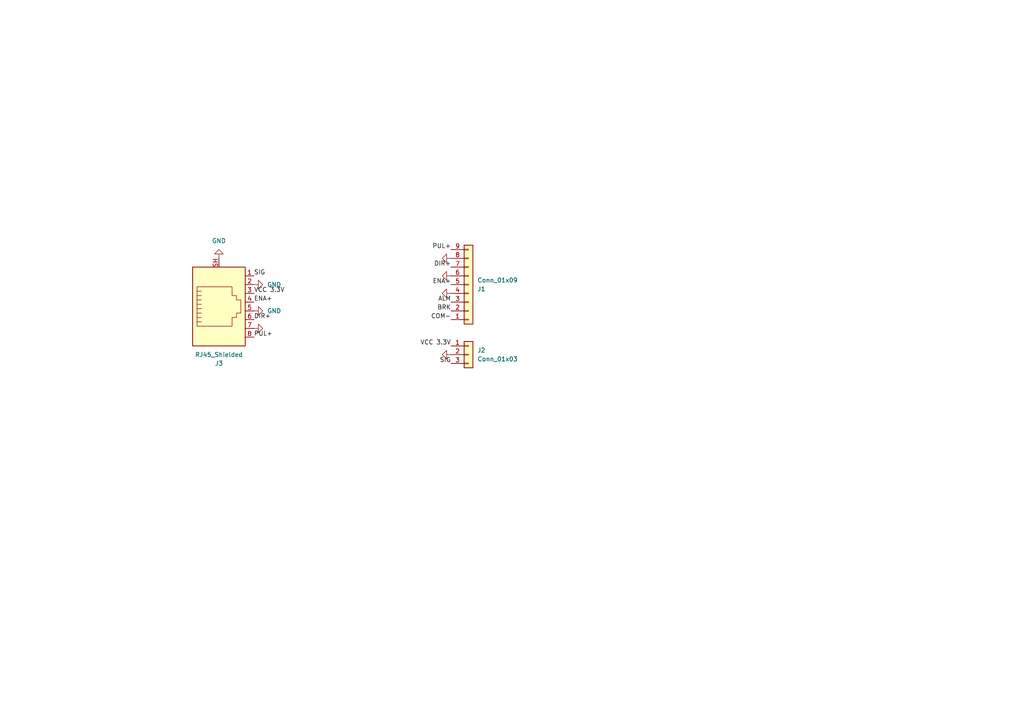
<source format=kicad_sch>
(kicad_sch (version 20230121) (generator eeschema)
  (paper "A4")
  (lib_symbols
    (symbol "Connector:RJ45_Shielded" (pin_names (offset 1.016))
      (property "Reference" "J" (at -5.08 13.97 0))
      (property "Value" "RJ45_Shielded" (at 2.54 13.97 0))
      (symbol "RJ45_Shielded_0_1"
        (polyline (pts (xy -5.08 4.445) (xy -6.35 4.445)))
        (polyline (pts (xy -5.08 5.715) (xy -6.35 5.715)))
        (polyline (pts (xy -6.35 -3.175) (xy -5.08 -3.175) (xy -5.08 -3.175)))
        (polyline (pts (xy -6.35 -1.905) (xy -5.08 -1.905) (xy -5.08 -1.905)))
        (polyline (pts (xy -6.35 -0.635) (xy -5.08 -0.635) (xy -5.08 -0.635)))
        (polyline (pts (xy -6.35 0.635) (xy -5.08 0.635) (xy -5.08 0.635)))
        (polyline (pts (xy -6.35 1.905) (xy -5.08 1.905) (xy -5.08 1.905)))
        (polyline (pts (xy -5.08 3.175) (xy -6.35 3.175) (xy -6.35 3.175)))
        (polyline (pts (xy -6.35 -4.445) (xy -6.35 6.985) (xy 3.81 6.985) (xy 3.81 4.445) (xy 5.08 4.445) (xy 5.08 3.175) (xy 6.35 3.175) (xy 6.35 -0.635) (xy 5.08 -0.635) (xy 5.08 -1.905) (xy 3.81 -1.905) (xy 3.81 -4.445) (xy -6.35 -4.445) (xy -6.35 -4.445)))
        (rectangle (start 7.62 12.7) (end -7.62 -10.16) (stroke (width 0.254)) (fill (type background)))
      )
      (symbol "RJ45_Shielded_1_1"
        (pin passive line (at 10.16 -7.62 180) (length 2.54) (name "~") (number "1"))
        (pin passive line (at 10.16 -5.08 180) (length 2.54) (name "~") (number "2"))
        (pin passive line (at 10.16 -2.54 180) (length 2.54) (name "~") (number "3"))
        (pin passive line (at 10.16 0 180) (length 2.54) (name "~") (number "4"))
        (pin passive line (at 10.16 2.54 180) (length 2.54) (name "~") (number "5"))
        (pin passive line (at 10.16 5.08 180) (length 2.54) (name "~") (number "6"))
        (pin passive line (at 10.16 7.62 180) (length 2.54) (name "~") (number "7"))
        (pin passive line (at 10.16 10.16 180) (length 2.54) (name "~") (number "8"))
        (pin passive line (at 0 -12.7 90) (length 2.54) (name "~") (number "SH"))
      )
    )
    (symbol "Connector_Generic:Conn_01x03" (pin_names (offset 1.016) hide)
      (property "Reference" "J" (at 0 5.08 0))
      (property "Value" "Conn_01x03" (at 0 -5.08 0))
      (symbol "Conn_01x03_1_1"
        (rectangle (start -1.27 -2.413) (end 0 -2.667) (stroke (width 0.1524)))
        (rectangle (start -1.27 0.127) (end 0 -0.127) (stroke (width 0.1524)))
        (rectangle (start -1.27 2.667) (end 0 2.413) (stroke (width 0.1524)))
        (rectangle (start -1.27 3.81) (end 1.27 -3.81) (stroke (width 0.254)) (fill (type background)))
        (pin passive line (at -5.08 2.54 0) (length 3.81) (name "Pin_1") (number "1"))
        (pin passive line (at -5.08 0 0) (length 3.81) (name "Pin_2") (number "2"))
        (pin passive line (at -5.08 -2.54 0) (length 3.81) (name "Pin_3") (number "3"))
      )
    )
    (symbol "Connector_Generic:Conn_01x09" (pin_names (offset 1.016) hide)
      (property "Reference" "J" (at 0 12.7 0))
      (property "Value" "Conn_01x09" (at 0 -12.7 0))
      (symbol "Conn_01x09_1_1"
        (rectangle (start -1.27 -10.033) (end 0 -10.287) (stroke (width 0.1524)))
        (rectangle (start -1.27 -7.493) (end 0 -7.747) (stroke (width 0.1524)))
        (rectangle (start -1.27 -4.953) (end 0 -5.207) (stroke (width 0.1524)))
        (rectangle (start -1.27 -2.413) (end 0 -2.667) (stroke (width 0.1524)))
        (rectangle (start -1.27 0.127) (end 0 -0.127) (stroke (width 0.1524)))
        (rectangle (start -1.27 2.667) (end 0 2.413) (stroke (width 0.1524)))
        (rectangle (start -1.27 5.207) (end 0 4.953) (stroke (width 0.1524)))
        (rectangle (start -1.27 7.747) (end 0 7.493) (stroke (width 0.1524)))
        (rectangle (start -1.27 10.287) (end 0 10.033) (stroke (width 0.1524)))
        (rectangle (start -1.27 11.43) (end 1.27 -11.43) (stroke (width 0.254)) (fill (type background)))
        (pin passive line (at -5.08 10.16 0) (length 3.81) (name "Pin_1") (number "1"))
        (pin passive line (at -5.08 7.62 0) (length 3.81) (name "Pin_2") (number "2"))
        (pin passive line (at -5.08 5.08 0) (length 3.81) (name "Pin_3") (number "3"))
        (pin passive line (at -5.08 2.54 0) (length 3.81) (name "Pin_4") (number "4"))
        (pin passive line (at -5.08 0 0) (length 3.81) (name "Pin_5") (number "5"))
        (pin passive line (at -5.08 -2.54 0) (length 3.81) (name "Pin_6") (number "6"))
        (pin passive line (at -5.08 -5.08 0) (length 3.81) (name "Pin_7") (number "7"))
        (pin passive line (at -5.08 -7.62 0) (length 3.81) (name "Pin_8") (number "8"))
        (pin passive line (at -5.08 -10.16 0) (length 3.81) (name "Pin_9") (number "9"))
      )
    )
    (symbol "power:GND" (power) (pin_names (offset 0))
      (property "Value" "GND" (at 0 -3.81 0))
      (symbol "GND_0_1"
        (polyline (pts (xy 0 0) (xy 0 -1.27) (xy 1.27 -1.27) (xy 0 -2.54) (xy -1.27 -1.27) (xy 0 -1.27)))
      )
      (symbol "GND_1_1"
        (pin power_in line (at 0 0 270) (length 0) hide (name "GND") (number "1"))
      )
    )
  )
  (label "ENA+" (at 73.66 87.63 0))
  (label "DIR+" (at 130.81 77.47 180))
  (label "SIG" (at 130.81 105.41 180))
  (label "DIR+" (at 73.66 92.71 0))
  (label "VCC 3.3V" (at 130.81 100.33 180))
  (label "ENA+" (at 130.81 82.55 180))
  (label "COM-" (at 130.81 92.71 180))
  (label "BRK" (at 130.81 90.17 180))
  (label "PUL+" (at 130.81 72.39 180))
  (label "SIG" (at 73.66 80.01 0))
  (label "ALM" (at 130.81 87.63 180))
  (label "VCC 3.3V" (at 73.66 85.09 0))
  (label "PUL+" (at 73.66 97.79 0))
  (symbol (lib_id "power:GND") (at 73.66 95.25 90) (unit 1)
    (property "Reference" "#PWR02" (effects hide))
    (property "Value" "GND" (effects hide))
  )
  (symbol (lib_id "power:GND") (at 130.81 102.87 270) (unit 1)
    (property "Reference" "#PWR05" (effects hide))
    (property "Value" "GND" (effects hide))
  )
  (symbol (lib_id "Connector:RJ45_Shielded") (at 63.5 87.63 0) (mirror x) (unit 1)
    (property "Reference" "J3" (at 63.5 105.41 0))
    (property "Value" "RJ45_Shielded" (at 63.5 102.87 0))
    (property "Footprint" "Clockdiv-KiCad:RJ45_Conrad_1586526" (effects hide))
  )
  (symbol (lib_id "Connector_Generic:Conn_01x03") (at 135.89 102.87 0) (unit 1)
    (property "Reference" "J2" (at 138.43 101.6 0) (effects (justify left)))
    (property "Value" "Conn_01x03" (at 138.43 104.14 0) (effects (justify left)))
    (property "Footprint" "Connector_PinHeader_2.54mm:PinHeader_1x03_P2.54mm_Vertical" (effects hide))
  )
  (symbol (lib_id "Connector_Generic:Conn_01x09") (at 135.89 82.55 0) (mirror x) (unit 1)
    (property "Reference" "J1" (at 138.43 83.82 0) (effects (justify left)))
    (property "Value" "Conn_01x09" (at 138.43 81.28 0) (effects (justify left)))
    (property "Footprint" "clockdiv:Terminalblock_1x9_3.5mm" (effects hide))
  )
  (symbol (lib_id "power:GND") (at 73.66 90.17 90) (mirror x) (unit 1)
    (property "Reference" "#PWR04" (effects hide))
    (property "Value" "GND" (at 77.47 90.17 90) (effects (justify right)))
  )
  (symbol (lib_id "power:GND") (at 130.81 80.01 270) (unit 1)
    (property "Reference" "#PWR010" (effects hide))
    (property "Value" "GND" (effects hide))
  )
  (symbol (lib_id "power:GND") (at 73.66 82.55 90) (mirror x) (unit 1)
    (property "Reference" "#PWR03" (effects hide))
    (property "Value" "GND" (at 77.47 82.55 90) (effects (justify right)))
  )
  (symbol (lib_id "power:GND") (at 130.81 74.93 270) (unit 1)
    (property "Reference" "#PWR09" (effects hide))
    (property "Value" "GND" (effects hide))
  )
  (symbol (lib_id "power:GND") (at 130.81 85.09 270) (unit 1)
    (property "Reference" "#PWR011" (effects hide))
    (property "Value" "GND" (effects hide))
  )
  (symbol (lib_id "power:GND") (at 63.5 74.93 180) (unit 1)
    (property "Reference" "#PWR01" (effects hide))
    (property "Value" "GND" (at 63.5 69.85 0))
  )
)
</source>
